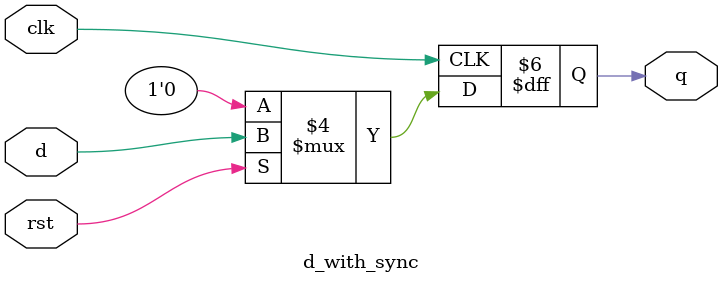
<source format=sv>

module d_with_sync(input d, clk, rst,
  				   output reg q);
 
 always@(posedge clk)  
	begin
    	if(!rst) 
			q <= 0;
    	else    
		    q <= d;
  	end

endmodule

</source>
